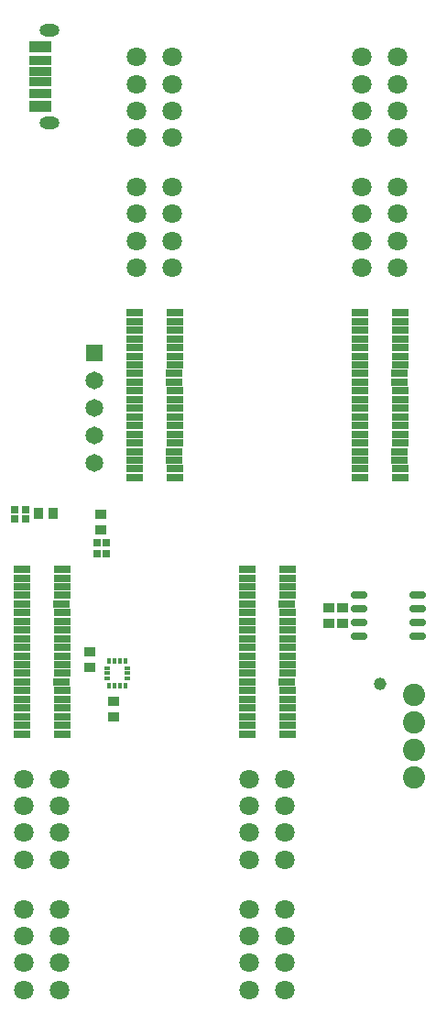
<source format=gts>
G04*
G04 #@! TF.GenerationSoftware,Altium Limited,Altium Designer,21.5.1 (32)*
G04*
G04 Layer_Color=8388736*
%FSLAX25Y25*%
%MOIN*%
G70*
G04*
G04 #@! TF.SameCoordinates,9AD95912-260A-4B2D-9037-AC9445484B82*
G04*
G04*
G04 #@! TF.FilePolarity,Negative*
G04*
G01*
G75*
%ADD15O,0.06109X0.02762*%
%ADD16R,0.04134X0.03740*%
%ADD17R,0.02559X0.02953*%
%ADD18R,0.03740X0.04134*%
%ADD19R,0.02953X0.02559*%
%ADD20R,0.06496X0.02559*%
%ADD21R,0.01378X0.02264*%
%ADD22R,0.02264X0.01378*%
%ADD23R,0.08465X0.03347*%
%ADD24R,0.08465X0.03740*%
%ADD25R,0.08465X0.04134*%
%ADD26C,0.04638*%
%ADD27C,0.08091*%
%ADD28R,0.06496X0.06496*%
%ADD29C,0.06496*%
%ADD30C,0.00591*%
%ADD31C,0.07091*%
%ADD32O,0.07284X0.04528*%
D15*
X167228Y219000D02*
D03*
Y214000D02*
D03*
Y209000D02*
D03*
Y204000D02*
D03*
X145772D02*
D03*
Y209000D02*
D03*
Y214000D02*
D03*
Y219000D02*
D03*
D16*
X140000Y208744D02*
D03*
Y214256D02*
D03*
X135000Y214256D02*
D03*
Y208744D02*
D03*
X52000Y242744D02*
D03*
Y248256D02*
D03*
X56500Y174744D02*
D03*
Y180256D02*
D03*
X48000Y198256D02*
D03*
Y192744D02*
D03*
D17*
X54000Y234032D02*
D03*
Y237968D02*
D03*
X50500Y237968D02*
D03*
Y234032D02*
D03*
D18*
X34756Y248500D02*
D03*
X29244D02*
D03*
D19*
X24468Y250000D02*
D03*
X20531D02*
D03*
X20563Y246500D02*
D03*
X24500D02*
D03*
D20*
X37775Y228300D02*
D03*
X23225Y199950D02*
D03*
Y225150D02*
D03*
X23255Y222000D02*
D03*
X23280Y218850D02*
D03*
X23200Y215700D02*
D03*
X23225Y212550D02*
D03*
Y209400D02*
D03*
Y206250D02*
D03*
Y203100D02*
D03*
Y171600D02*
D03*
Y196800D02*
D03*
X23255Y193650D02*
D03*
X23280Y190500D02*
D03*
X23200Y187350D02*
D03*
X23225Y184200D02*
D03*
Y181050D02*
D03*
Y177900D02*
D03*
Y174750D02*
D03*
Y168450D02*
D03*
Y228300D02*
D03*
X37775Y199950D02*
D03*
Y225150D02*
D03*
X37805Y222000D02*
D03*
X37830Y218850D02*
D03*
X37750Y215700D02*
D03*
X37775Y212550D02*
D03*
Y209400D02*
D03*
Y206250D02*
D03*
Y203100D02*
D03*
Y171600D02*
D03*
Y196800D02*
D03*
X37805Y193650D02*
D03*
X37830Y190500D02*
D03*
X37750Y187350D02*
D03*
X37775Y184200D02*
D03*
Y181050D02*
D03*
Y177900D02*
D03*
Y174750D02*
D03*
Y168450D02*
D03*
X146225Y321550D02*
D03*
Y315250D02*
D03*
Y312100D02*
D03*
Y308950D02*
D03*
Y305800D02*
D03*
X146250Y302650D02*
D03*
X146170Y299500D02*
D03*
X146195Y296350D02*
D03*
X146225Y293200D02*
D03*
Y318400D02*
D03*
Y286900D02*
D03*
Y283750D02*
D03*
Y280600D02*
D03*
Y277450D02*
D03*
X146250Y274300D02*
D03*
X146170Y271150D02*
D03*
X146195Y268000D02*
D03*
X146225Y264850D02*
D03*
Y290050D02*
D03*
X160775Y261700D02*
D03*
Y321550D02*
D03*
Y315250D02*
D03*
Y312100D02*
D03*
Y308950D02*
D03*
Y305800D02*
D03*
X160800Y302650D02*
D03*
X160720Y299500D02*
D03*
X160745Y296350D02*
D03*
X160775Y293200D02*
D03*
Y318400D02*
D03*
Y286900D02*
D03*
Y283750D02*
D03*
Y280600D02*
D03*
Y277450D02*
D03*
X160800Y274300D02*
D03*
X160720Y271150D02*
D03*
X160745Y268000D02*
D03*
X160775Y264850D02*
D03*
Y290050D02*
D03*
X146225Y261700D02*
D03*
X64225D02*
D03*
X78775Y290050D02*
D03*
Y264850D02*
D03*
X78745Y268000D02*
D03*
X78720Y271150D02*
D03*
X78800Y274300D02*
D03*
X78775Y277450D02*
D03*
Y280600D02*
D03*
Y283750D02*
D03*
Y286900D02*
D03*
Y318400D02*
D03*
Y293200D02*
D03*
X78745Y296350D02*
D03*
X78720Y299500D02*
D03*
X78800Y302650D02*
D03*
X78775Y305800D02*
D03*
Y308950D02*
D03*
Y312100D02*
D03*
Y315250D02*
D03*
Y321550D02*
D03*
Y261700D02*
D03*
X64225Y290050D02*
D03*
Y264850D02*
D03*
X64195Y268000D02*
D03*
X64170Y271150D02*
D03*
X64250Y274300D02*
D03*
X64225Y277450D02*
D03*
Y280600D02*
D03*
Y283750D02*
D03*
Y286900D02*
D03*
Y318400D02*
D03*
Y293200D02*
D03*
X64195Y296350D02*
D03*
X64170Y299500D02*
D03*
X64250Y302650D02*
D03*
X64225Y305800D02*
D03*
Y308950D02*
D03*
Y312100D02*
D03*
Y315250D02*
D03*
Y321550D02*
D03*
X119775Y228300D02*
D03*
X105225Y199950D02*
D03*
Y225150D02*
D03*
X105255Y222000D02*
D03*
X105280Y218850D02*
D03*
X105200Y215700D02*
D03*
X105225Y212550D02*
D03*
Y209400D02*
D03*
Y206250D02*
D03*
Y203100D02*
D03*
Y171600D02*
D03*
Y196800D02*
D03*
X105255Y193650D02*
D03*
X105280Y190500D02*
D03*
X105200Y187350D02*
D03*
X105225Y184200D02*
D03*
Y181050D02*
D03*
Y177900D02*
D03*
Y174750D02*
D03*
Y168450D02*
D03*
Y228300D02*
D03*
X119775Y199950D02*
D03*
Y225150D02*
D03*
X119805Y222000D02*
D03*
X119830Y218850D02*
D03*
X119750Y215700D02*
D03*
X119775Y212550D02*
D03*
Y209400D02*
D03*
Y206250D02*
D03*
Y203100D02*
D03*
Y171600D02*
D03*
Y196800D02*
D03*
X119805Y193650D02*
D03*
X119830Y190500D02*
D03*
X119750Y187350D02*
D03*
X119775Y184200D02*
D03*
Y181050D02*
D03*
Y177900D02*
D03*
Y174750D02*
D03*
Y168450D02*
D03*
D21*
X60953Y195077D02*
D03*
X58984D02*
D03*
X57016D02*
D03*
X55047D02*
D03*
Y185923D02*
D03*
X57016D02*
D03*
X58984D02*
D03*
X60953D02*
D03*
D22*
X54408Y192469D02*
D03*
Y190500D02*
D03*
Y188531D02*
D03*
X61593D02*
D03*
Y190500D02*
D03*
Y192469D02*
D03*
D23*
X30000Y405500D02*
D03*
Y409437D02*
D03*
D24*
X30000Y401484D02*
D03*
Y413453D02*
D03*
D25*
Y396642D02*
D03*
Y418295D02*
D03*
D26*
X153598Y186701D02*
D03*
D27*
X166000Y182500D02*
D03*
Y172500D02*
D03*
Y162500D02*
D03*
Y152500D02*
D03*
D28*
X49500Y307000D02*
D03*
D29*
Y297000D02*
D03*
Y287000D02*
D03*
Y277000D02*
D03*
Y267000D02*
D03*
D30*
X30500Y162500D02*
D03*
Y234200D02*
D03*
X153500Y255800D02*
D03*
Y327500D02*
D03*
X71500D02*
D03*
Y255800D02*
D03*
X112500Y162500D02*
D03*
Y234200D02*
D03*
D31*
X37050Y75400D02*
D03*
Y85200D02*
D03*
Y95000D02*
D03*
Y104800D02*
D03*
X23950Y75400D02*
D03*
Y85200D02*
D03*
Y95000D02*
D03*
Y104800D02*
D03*
X37050Y122700D02*
D03*
Y132500D02*
D03*
Y142300D02*
D03*
Y152100D02*
D03*
X23950Y122700D02*
D03*
Y132500D02*
D03*
Y142300D02*
D03*
Y152100D02*
D03*
X160050Y337900D02*
D03*
Y347700D02*
D03*
Y357500D02*
D03*
Y367300D02*
D03*
X146950Y337900D02*
D03*
Y347700D02*
D03*
Y357500D02*
D03*
Y367300D02*
D03*
X160050Y385200D02*
D03*
Y395000D02*
D03*
Y404800D02*
D03*
Y414600D02*
D03*
X146950Y385200D02*
D03*
Y395000D02*
D03*
Y404800D02*
D03*
Y414600D02*
D03*
X64950D02*
D03*
Y404800D02*
D03*
Y395000D02*
D03*
Y385200D02*
D03*
X78050Y414600D02*
D03*
Y404800D02*
D03*
Y395000D02*
D03*
Y385200D02*
D03*
X64950Y367300D02*
D03*
Y357500D02*
D03*
Y347700D02*
D03*
Y337900D02*
D03*
X78050Y367300D02*
D03*
Y357500D02*
D03*
Y347700D02*
D03*
Y337900D02*
D03*
X119050Y75400D02*
D03*
Y85200D02*
D03*
Y95000D02*
D03*
Y104800D02*
D03*
X105950Y75400D02*
D03*
Y85200D02*
D03*
Y95000D02*
D03*
Y104800D02*
D03*
X119050Y122700D02*
D03*
Y132500D02*
D03*
Y142300D02*
D03*
Y152100D02*
D03*
X105950Y122700D02*
D03*
Y132500D02*
D03*
Y142300D02*
D03*
Y152100D02*
D03*
D32*
X33150Y424279D02*
D03*
Y390657D02*
D03*
M02*

</source>
